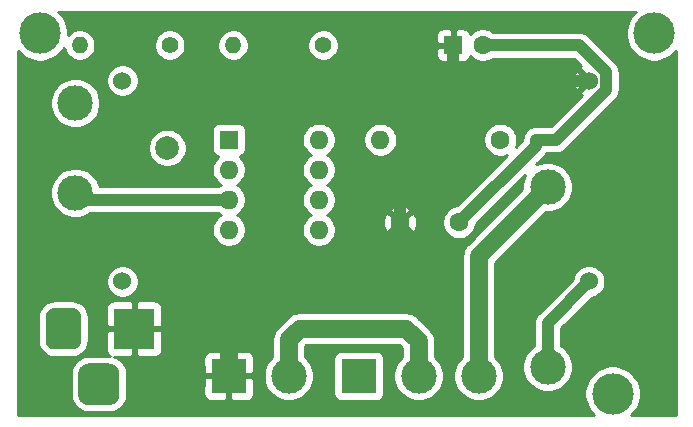
<source format=gbl>
G04 #@! TF.GenerationSoftware,KiCad,Pcbnew,(5.1.5)-3*
G04 #@! TF.CreationDate,2021-07-03T20:54:03-04:00*
G04 #@! TF.ProjectId,LukeCopy,4c756b65-436f-4707-992e-6b696361645f,rev?*
G04 #@! TF.SameCoordinates,Original*
G04 #@! TF.FileFunction,Copper,L2,Bot*
G04 #@! TF.FilePolarity,Positive*
%FSLAX46Y46*%
G04 Gerber Fmt 4.6, Leading zero omitted, Abs format (unit mm)*
G04 Created by KiCad (PCBNEW (5.1.5)-3) date 2021-07-03 20:54:03*
%MOMM*%
%LPD*%
G04 APERTURE LIST*
%ADD10C,3.000000*%
%ADD11R,3.000000X3.000000*%
%ADD12O,1.600000X1.600000*%
%ADD13R,1.600000X1.600000*%
%ADD14O,1.400000X1.400000*%
%ADD15C,1.400000*%
%ADD16C,1.600000*%
%ADD17C,2.000000*%
%ADD18C,0.100000*%
%ADD19R,3.500000X3.500000*%
%ADD20C,1.524000*%
%ADD21C,3.500000*%
%ADD22C,1.000000*%
%ADD23C,1.500000*%
%ADD24C,0.254000*%
G04 APERTURE END LIST*
D10*
X130000000Y-112240000D03*
X130000000Y-97000000D03*
X124160000Y-113000000D03*
X119080000Y-113000000D03*
D11*
X114000000Y-113000000D03*
D10*
X108080000Y-113000000D03*
D11*
X103000000Y-113000000D03*
D12*
X110620000Y-93000000D03*
X103000000Y-100620000D03*
X110620000Y-95540000D03*
X103000000Y-98080000D03*
X110620000Y-98080000D03*
X103000000Y-95540000D03*
X110620000Y-100620000D03*
D13*
X103000000Y-93000000D03*
D14*
X103380000Y-85000000D03*
D15*
X111000000Y-85000000D03*
D12*
X115840000Y-93000000D03*
D16*
X126000000Y-93000000D03*
D14*
X90380000Y-85000000D03*
D15*
X98000000Y-85000000D03*
D17*
X97800000Y-93700000D03*
D10*
X90000000Y-89900000D03*
X90000000Y-97500000D03*
G04 #@! TA.AperFunction,ComponentPad*
D18*
G36*
X92960765Y-111954213D02*
G01*
X93045704Y-111966813D01*
X93128999Y-111987677D01*
X93209848Y-112016605D01*
X93287472Y-112053319D01*
X93361124Y-112097464D01*
X93430094Y-112148616D01*
X93493718Y-112206282D01*
X93551384Y-112269906D01*
X93602536Y-112338876D01*
X93646681Y-112412528D01*
X93683395Y-112490152D01*
X93712323Y-112571001D01*
X93733187Y-112654296D01*
X93745787Y-112739235D01*
X93750000Y-112825000D01*
X93750000Y-114575000D01*
X93745787Y-114660765D01*
X93733187Y-114745704D01*
X93712323Y-114828999D01*
X93683395Y-114909848D01*
X93646681Y-114987472D01*
X93602536Y-115061124D01*
X93551384Y-115130094D01*
X93493718Y-115193718D01*
X93430094Y-115251384D01*
X93361124Y-115302536D01*
X93287472Y-115346681D01*
X93209848Y-115383395D01*
X93128999Y-115412323D01*
X93045704Y-115433187D01*
X92960765Y-115445787D01*
X92875000Y-115450000D01*
X91125000Y-115450000D01*
X91039235Y-115445787D01*
X90954296Y-115433187D01*
X90871001Y-115412323D01*
X90790152Y-115383395D01*
X90712528Y-115346681D01*
X90638876Y-115302536D01*
X90569906Y-115251384D01*
X90506282Y-115193718D01*
X90448616Y-115130094D01*
X90397464Y-115061124D01*
X90353319Y-114987472D01*
X90316605Y-114909848D01*
X90287677Y-114828999D01*
X90266813Y-114745704D01*
X90254213Y-114660765D01*
X90250000Y-114575000D01*
X90250000Y-112825000D01*
X90254213Y-112739235D01*
X90266813Y-112654296D01*
X90287677Y-112571001D01*
X90316605Y-112490152D01*
X90353319Y-112412528D01*
X90397464Y-112338876D01*
X90448616Y-112269906D01*
X90506282Y-112206282D01*
X90569906Y-112148616D01*
X90638876Y-112097464D01*
X90712528Y-112053319D01*
X90790152Y-112016605D01*
X90871001Y-111987677D01*
X90954296Y-111966813D01*
X91039235Y-111954213D01*
X91125000Y-111950000D01*
X92875000Y-111950000D01*
X92960765Y-111954213D01*
G37*
G04 #@! TD.AperFunction*
G04 #@! TA.AperFunction,ComponentPad*
G36*
X89823513Y-107253611D02*
G01*
X89896318Y-107264411D01*
X89967714Y-107282295D01*
X90037013Y-107307090D01*
X90103548Y-107338559D01*
X90166678Y-107376398D01*
X90225795Y-107420242D01*
X90280330Y-107469670D01*
X90329758Y-107524205D01*
X90373602Y-107583322D01*
X90411441Y-107646452D01*
X90442910Y-107712987D01*
X90467705Y-107782286D01*
X90485589Y-107853682D01*
X90496389Y-107926487D01*
X90500000Y-108000000D01*
X90500000Y-110000000D01*
X90496389Y-110073513D01*
X90485589Y-110146318D01*
X90467705Y-110217714D01*
X90442910Y-110287013D01*
X90411441Y-110353548D01*
X90373602Y-110416678D01*
X90329758Y-110475795D01*
X90280330Y-110530330D01*
X90225795Y-110579758D01*
X90166678Y-110623602D01*
X90103548Y-110661441D01*
X90037013Y-110692910D01*
X89967714Y-110717705D01*
X89896318Y-110735589D01*
X89823513Y-110746389D01*
X89750000Y-110750000D01*
X88250000Y-110750000D01*
X88176487Y-110746389D01*
X88103682Y-110735589D01*
X88032286Y-110717705D01*
X87962987Y-110692910D01*
X87896452Y-110661441D01*
X87833322Y-110623602D01*
X87774205Y-110579758D01*
X87719670Y-110530330D01*
X87670242Y-110475795D01*
X87626398Y-110416678D01*
X87588559Y-110353548D01*
X87557090Y-110287013D01*
X87532295Y-110217714D01*
X87514411Y-110146318D01*
X87503611Y-110073513D01*
X87500000Y-110000000D01*
X87500000Y-108000000D01*
X87503611Y-107926487D01*
X87514411Y-107853682D01*
X87532295Y-107782286D01*
X87557090Y-107712987D01*
X87588559Y-107646452D01*
X87626398Y-107583322D01*
X87670242Y-107524205D01*
X87719670Y-107469670D01*
X87774205Y-107420242D01*
X87833322Y-107376398D01*
X87896452Y-107338559D01*
X87962987Y-107307090D01*
X88032286Y-107282295D01*
X88103682Y-107264411D01*
X88176487Y-107253611D01*
X88250000Y-107250000D01*
X89750000Y-107250000D01*
X89823513Y-107253611D01*
G37*
G04 #@! TD.AperFunction*
D19*
X95000000Y-109000000D03*
D20*
X133500000Y-88000000D03*
X133500000Y-105000000D03*
X94000000Y-105000000D03*
X94000000Y-88000000D03*
D16*
X122500000Y-100000000D03*
X117500000Y-100000000D03*
X124500000Y-85000000D03*
D13*
X122000000Y-85000000D03*
D21*
X135500000Y-114500000D03*
X139000000Y-84000000D03*
X87000000Y-84000000D03*
D22*
X130000000Y-108500000D02*
X133500000Y-105000000D01*
X130000000Y-112240000D02*
X130000000Y-108500000D01*
X90580000Y-98080000D02*
X90000000Y-97500000D01*
X103000000Y-98080000D02*
X90580000Y-98080000D01*
X134962001Y-88781997D02*
X130743998Y-93000000D01*
X134962001Y-87298239D02*
X134962001Y-88781997D01*
X124500000Y-85000000D02*
X132663762Y-85000000D01*
X132663762Y-85000000D02*
X134962001Y-87298239D01*
X130743998Y-93000000D02*
X129000000Y-93000000D01*
X129000000Y-93500000D02*
X122500000Y-100000000D01*
X129000000Y-93000000D02*
X129000000Y-93500000D01*
D23*
X103000000Y-110000000D02*
X107000000Y-106000000D01*
X103000000Y-113000000D02*
X103000000Y-110000000D01*
X107000000Y-106000000D02*
X116000000Y-106000000D01*
X117500000Y-104500000D02*
X117500000Y-100000000D01*
X116000000Y-106000000D02*
X117500000Y-104500000D01*
D22*
X117500000Y-100000000D02*
X117500000Y-97500000D01*
X117500000Y-97500000D02*
X122000000Y-93000000D01*
X133500000Y-88000000D02*
X122000000Y-88000000D01*
X122000000Y-93000000D02*
X122000000Y-88000000D01*
X122000000Y-88000000D02*
X122000000Y-85000000D01*
D23*
X119080000Y-113000000D02*
X119080000Y-110080000D01*
X119080000Y-110080000D02*
X118000000Y-109000000D01*
X118000000Y-109000000D02*
X109000000Y-109000000D01*
X108080000Y-109920000D02*
X108080000Y-113000000D01*
X109000000Y-109000000D02*
X108080000Y-109920000D01*
X124160000Y-102840000D02*
X124160000Y-113000000D01*
X130000000Y-97000000D02*
X124160000Y-102840000D01*
D24*
G36*
X137147450Y-82479651D02*
G01*
X136886440Y-82870279D01*
X136706654Y-83304321D01*
X136615000Y-83765098D01*
X136615000Y-84234902D01*
X136706654Y-84695679D01*
X136886440Y-85129721D01*
X137147450Y-85520349D01*
X137479651Y-85852550D01*
X137870279Y-86113560D01*
X138304321Y-86293346D01*
X138765098Y-86385000D01*
X139234902Y-86385000D01*
X139695679Y-86293346D01*
X140129721Y-86113560D01*
X140520349Y-85852550D01*
X140840001Y-85532898D01*
X140840000Y-116340000D01*
X137032899Y-116340000D01*
X137352550Y-116020349D01*
X137613560Y-115629721D01*
X137793346Y-115195679D01*
X137885000Y-114734902D01*
X137885000Y-114265098D01*
X137793346Y-113804321D01*
X137613560Y-113370279D01*
X137352550Y-112979651D01*
X137020349Y-112647450D01*
X136629721Y-112386440D01*
X136195679Y-112206654D01*
X135734902Y-112115000D01*
X135265098Y-112115000D01*
X134804321Y-112206654D01*
X134370279Y-112386440D01*
X133979651Y-112647450D01*
X133647450Y-112979651D01*
X133386440Y-113370279D01*
X133206654Y-113804321D01*
X133115000Y-114265098D01*
X133115000Y-114734902D01*
X133206654Y-115195679D01*
X133386440Y-115629721D01*
X133647450Y-116020349D01*
X133967101Y-116340000D01*
X85160000Y-116340000D01*
X85160000Y-112825000D01*
X89611928Y-112825000D01*
X89611928Y-114575000D01*
X89641001Y-114870186D01*
X89727104Y-115154028D01*
X89866927Y-115415618D01*
X90055097Y-115644903D01*
X90284382Y-115833073D01*
X90545972Y-115972896D01*
X90829814Y-116058999D01*
X91125000Y-116088072D01*
X92875000Y-116088072D01*
X93170186Y-116058999D01*
X93454028Y-115972896D01*
X93715618Y-115833073D01*
X93944903Y-115644903D01*
X94133073Y-115415618D01*
X94272896Y-115154028D01*
X94358999Y-114870186D01*
X94388072Y-114575000D01*
X94388072Y-114500000D01*
X100861928Y-114500000D01*
X100874188Y-114624482D01*
X100910498Y-114744180D01*
X100969463Y-114854494D01*
X101048815Y-114951185D01*
X101145506Y-115030537D01*
X101255820Y-115089502D01*
X101375518Y-115125812D01*
X101500000Y-115138072D01*
X102714250Y-115135000D01*
X102873000Y-114976250D01*
X102873000Y-113127000D01*
X103127000Y-113127000D01*
X103127000Y-114976250D01*
X103285750Y-115135000D01*
X104500000Y-115138072D01*
X104624482Y-115125812D01*
X104744180Y-115089502D01*
X104854494Y-115030537D01*
X104951185Y-114951185D01*
X105030537Y-114854494D01*
X105089502Y-114744180D01*
X105125812Y-114624482D01*
X105138072Y-114500000D01*
X105135000Y-113285750D01*
X104976250Y-113127000D01*
X103127000Y-113127000D01*
X102873000Y-113127000D01*
X101023750Y-113127000D01*
X100865000Y-113285750D01*
X100861928Y-114500000D01*
X94388072Y-114500000D01*
X94388072Y-112825000D01*
X94358999Y-112529814D01*
X94272896Y-112245972D01*
X94133073Y-111984382D01*
X93944903Y-111755097D01*
X93715618Y-111566927D01*
X93590407Y-111500000D01*
X100861928Y-111500000D01*
X100865000Y-112714250D01*
X101023750Y-112873000D01*
X102873000Y-112873000D01*
X102873000Y-111023750D01*
X103127000Y-111023750D01*
X103127000Y-112873000D01*
X104976250Y-112873000D01*
X105059529Y-112789721D01*
X105945000Y-112789721D01*
X105945000Y-113210279D01*
X106027047Y-113622756D01*
X106187988Y-114011302D01*
X106421637Y-114360983D01*
X106719017Y-114658363D01*
X107068698Y-114892012D01*
X107457244Y-115052953D01*
X107869721Y-115135000D01*
X108290279Y-115135000D01*
X108702756Y-115052953D01*
X109091302Y-114892012D01*
X109440983Y-114658363D01*
X109738363Y-114360983D01*
X109972012Y-114011302D01*
X110132953Y-113622756D01*
X110215000Y-113210279D01*
X110215000Y-112789721D01*
X110132953Y-112377244D01*
X109972012Y-111988698D01*
X109738363Y-111639017D01*
X109599346Y-111500000D01*
X111861928Y-111500000D01*
X111861928Y-114500000D01*
X111874188Y-114624482D01*
X111910498Y-114744180D01*
X111969463Y-114854494D01*
X112048815Y-114951185D01*
X112145506Y-115030537D01*
X112255820Y-115089502D01*
X112375518Y-115125812D01*
X112500000Y-115138072D01*
X115500000Y-115138072D01*
X115624482Y-115125812D01*
X115744180Y-115089502D01*
X115854494Y-115030537D01*
X115951185Y-114951185D01*
X116030537Y-114854494D01*
X116089502Y-114744180D01*
X116125812Y-114624482D01*
X116138072Y-114500000D01*
X116138072Y-111500000D01*
X116125812Y-111375518D01*
X116089502Y-111255820D01*
X116030537Y-111145506D01*
X115951185Y-111048815D01*
X115854494Y-110969463D01*
X115744180Y-110910498D01*
X115624482Y-110874188D01*
X115500000Y-110861928D01*
X112500000Y-110861928D01*
X112375518Y-110874188D01*
X112255820Y-110910498D01*
X112145506Y-110969463D01*
X112048815Y-111048815D01*
X111969463Y-111145506D01*
X111910498Y-111255820D01*
X111874188Y-111375518D01*
X111861928Y-111500000D01*
X109599346Y-111500000D01*
X109465000Y-111365654D01*
X109465000Y-110493685D01*
X109573684Y-110385000D01*
X117426315Y-110385000D01*
X117695001Y-110653686D01*
X117695001Y-111365653D01*
X117421637Y-111639017D01*
X117187988Y-111988698D01*
X117027047Y-112377244D01*
X116945000Y-112789721D01*
X116945000Y-113210279D01*
X117027047Y-113622756D01*
X117187988Y-114011302D01*
X117421637Y-114360983D01*
X117719017Y-114658363D01*
X118068698Y-114892012D01*
X118457244Y-115052953D01*
X118869721Y-115135000D01*
X119290279Y-115135000D01*
X119702756Y-115052953D01*
X120091302Y-114892012D01*
X120440983Y-114658363D01*
X120738363Y-114360983D01*
X120972012Y-114011302D01*
X121132953Y-113622756D01*
X121215000Y-113210279D01*
X121215000Y-112789721D01*
X121132953Y-112377244D01*
X120972012Y-111988698D01*
X120738363Y-111639017D01*
X120465000Y-111365654D01*
X120465000Y-110148029D01*
X120471700Y-110080000D01*
X120465000Y-110011971D01*
X120465000Y-110011963D01*
X120444960Y-109808493D01*
X120365764Y-109547419D01*
X120237157Y-109306812D01*
X120064081Y-109095919D01*
X120011236Y-109052550D01*
X119027454Y-108068769D01*
X118984081Y-108015919D01*
X118773188Y-107842843D01*
X118532581Y-107714236D01*
X118271507Y-107635040D01*
X118068037Y-107615000D01*
X118068029Y-107615000D01*
X118000000Y-107608300D01*
X117931971Y-107615000D01*
X109068026Y-107615000D01*
X108999999Y-107608300D01*
X108931972Y-107615000D01*
X108931963Y-107615000D01*
X108728493Y-107635040D01*
X108467419Y-107714236D01*
X108226812Y-107842843D01*
X108015919Y-108015919D01*
X107972542Y-108068774D01*
X107148765Y-108892550D01*
X107095919Y-108935920D01*
X107052550Y-108988765D01*
X107052548Y-108988767D01*
X107043329Y-109000001D01*
X106922843Y-109146813D01*
X106837322Y-109306812D01*
X106794236Y-109387420D01*
X106717468Y-109640491D01*
X106715040Y-109648494D01*
X106695000Y-109851964D01*
X106695000Y-109851971D01*
X106688300Y-109920000D01*
X106695000Y-109988029D01*
X106695000Y-111365654D01*
X106421637Y-111639017D01*
X106187988Y-111988698D01*
X106027047Y-112377244D01*
X105945000Y-112789721D01*
X105059529Y-112789721D01*
X105135000Y-112714250D01*
X105138072Y-111500000D01*
X105125812Y-111375518D01*
X105089502Y-111255820D01*
X105030537Y-111145506D01*
X104951185Y-111048815D01*
X104854494Y-110969463D01*
X104744180Y-110910498D01*
X104624482Y-110874188D01*
X104500000Y-110861928D01*
X103285750Y-110865000D01*
X103127000Y-111023750D01*
X102873000Y-111023750D01*
X102714250Y-110865000D01*
X101500000Y-110861928D01*
X101375518Y-110874188D01*
X101255820Y-110910498D01*
X101145506Y-110969463D01*
X101048815Y-111048815D01*
X100969463Y-111145506D01*
X100910498Y-111255820D01*
X100874188Y-111375518D01*
X100861928Y-111500000D01*
X93590407Y-111500000D01*
X93454028Y-111427104D01*
X93324840Y-111387915D01*
X94714250Y-111385000D01*
X94873000Y-111226250D01*
X94873000Y-109127000D01*
X95127000Y-109127000D01*
X95127000Y-111226250D01*
X95285750Y-111385000D01*
X96750000Y-111388072D01*
X96874482Y-111375812D01*
X96994180Y-111339502D01*
X97104494Y-111280537D01*
X97201185Y-111201185D01*
X97280537Y-111104494D01*
X97339502Y-110994180D01*
X97375812Y-110874482D01*
X97388072Y-110750000D01*
X97385000Y-109285750D01*
X97226250Y-109127000D01*
X95127000Y-109127000D01*
X94873000Y-109127000D01*
X92773750Y-109127000D01*
X92615000Y-109285750D01*
X92611928Y-110750000D01*
X92624188Y-110874482D01*
X92660498Y-110994180D01*
X92719463Y-111104494D01*
X92798815Y-111201185D01*
X92895506Y-111280537D01*
X92972131Y-111321494D01*
X92875000Y-111311928D01*
X91125000Y-111311928D01*
X90829814Y-111341001D01*
X90545972Y-111427104D01*
X90284382Y-111566927D01*
X90055097Y-111755097D01*
X89866927Y-111984382D01*
X89727104Y-112245972D01*
X89641001Y-112529814D01*
X89611928Y-112825000D01*
X85160000Y-112825000D01*
X85160000Y-108000000D01*
X86861928Y-108000000D01*
X86861928Y-110000000D01*
X86888599Y-110270799D01*
X86967589Y-110531192D01*
X87095860Y-110771171D01*
X87268485Y-110981515D01*
X87478829Y-111154140D01*
X87718808Y-111282411D01*
X87979201Y-111361401D01*
X88250000Y-111388072D01*
X89750000Y-111388072D01*
X90020799Y-111361401D01*
X90281192Y-111282411D01*
X90521171Y-111154140D01*
X90731515Y-110981515D01*
X90904140Y-110771171D01*
X91032411Y-110531192D01*
X91111401Y-110270799D01*
X91138072Y-110000000D01*
X91138072Y-108000000D01*
X91111401Y-107729201D01*
X91032411Y-107468808D01*
X90915457Y-107250000D01*
X92611928Y-107250000D01*
X92615000Y-108714250D01*
X92773750Y-108873000D01*
X94873000Y-108873000D01*
X94873000Y-106773750D01*
X95127000Y-106773750D01*
X95127000Y-108873000D01*
X97226250Y-108873000D01*
X97385000Y-108714250D01*
X97388072Y-107250000D01*
X97375812Y-107125518D01*
X97339502Y-107005820D01*
X97280537Y-106895506D01*
X97201185Y-106798815D01*
X97104494Y-106719463D01*
X96994180Y-106660498D01*
X96874482Y-106624188D01*
X96750000Y-106611928D01*
X95285750Y-106615000D01*
X95127000Y-106773750D01*
X94873000Y-106773750D01*
X94714250Y-106615000D01*
X93250000Y-106611928D01*
X93125518Y-106624188D01*
X93005820Y-106660498D01*
X92895506Y-106719463D01*
X92798815Y-106798815D01*
X92719463Y-106895506D01*
X92660498Y-107005820D01*
X92624188Y-107125518D01*
X92611928Y-107250000D01*
X90915457Y-107250000D01*
X90904140Y-107228829D01*
X90731515Y-107018485D01*
X90521171Y-106845860D01*
X90281192Y-106717589D01*
X90020799Y-106638599D01*
X89750000Y-106611928D01*
X88250000Y-106611928D01*
X87979201Y-106638599D01*
X87718808Y-106717589D01*
X87478829Y-106845860D01*
X87268485Y-107018485D01*
X87095860Y-107228829D01*
X86967589Y-107468808D01*
X86888599Y-107729201D01*
X86861928Y-108000000D01*
X85160000Y-108000000D01*
X85160000Y-104862408D01*
X92603000Y-104862408D01*
X92603000Y-105137592D01*
X92656686Y-105407490D01*
X92761995Y-105661727D01*
X92914880Y-105890535D01*
X93109465Y-106085120D01*
X93338273Y-106238005D01*
X93592510Y-106343314D01*
X93862408Y-106397000D01*
X94137592Y-106397000D01*
X94407490Y-106343314D01*
X94661727Y-106238005D01*
X94890535Y-106085120D01*
X95085120Y-105890535D01*
X95238005Y-105661727D01*
X95343314Y-105407490D01*
X95397000Y-105137592D01*
X95397000Y-104862408D01*
X95343314Y-104592510D01*
X95238005Y-104338273D01*
X95085120Y-104109465D01*
X94890535Y-103914880D01*
X94661727Y-103761995D01*
X94407490Y-103656686D01*
X94137592Y-103603000D01*
X93862408Y-103603000D01*
X93592510Y-103656686D01*
X93338273Y-103761995D01*
X93109465Y-103914880D01*
X92914880Y-104109465D01*
X92761995Y-104338273D01*
X92656686Y-104592510D01*
X92603000Y-104862408D01*
X85160000Y-104862408D01*
X85160000Y-97289721D01*
X87865000Y-97289721D01*
X87865000Y-97710279D01*
X87947047Y-98122756D01*
X88107988Y-98511302D01*
X88341637Y-98860983D01*
X88639017Y-99158363D01*
X88988698Y-99392012D01*
X89377244Y-99552953D01*
X89789721Y-99635000D01*
X90210279Y-99635000D01*
X90622756Y-99552953D01*
X91011302Y-99392012D01*
X91276220Y-99215000D01*
X102115716Y-99215000D01*
X102317759Y-99350000D01*
X102085241Y-99505363D01*
X101885363Y-99705241D01*
X101728320Y-99940273D01*
X101620147Y-100201426D01*
X101565000Y-100478665D01*
X101565000Y-100761335D01*
X101620147Y-101038574D01*
X101728320Y-101299727D01*
X101885363Y-101534759D01*
X102085241Y-101734637D01*
X102320273Y-101891680D01*
X102581426Y-101999853D01*
X102858665Y-102055000D01*
X103141335Y-102055000D01*
X103418574Y-101999853D01*
X103679727Y-101891680D01*
X103914759Y-101734637D01*
X104114637Y-101534759D01*
X104271680Y-101299727D01*
X104379853Y-101038574D01*
X104435000Y-100761335D01*
X104435000Y-100478665D01*
X104379853Y-100201426D01*
X104271680Y-99940273D01*
X104114637Y-99705241D01*
X103914759Y-99505363D01*
X103682241Y-99350000D01*
X103914759Y-99194637D01*
X104114637Y-98994759D01*
X104271680Y-98759727D01*
X104379853Y-98498574D01*
X104435000Y-98221335D01*
X104435000Y-97938665D01*
X104379853Y-97661426D01*
X104271680Y-97400273D01*
X104114637Y-97165241D01*
X103914759Y-96965363D01*
X103682241Y-96810000D01*
X103914759Y-96654637D01*
X104114637Y-96454759D01*
X104271680Y-96219727D01*
X104379853Y-95958574D01*
X104435000Y-95681335D01*
X104435000Y-95398665D01*
X104379853Y-95121426D01*
X104271680Y-94860273D01*
X104114637Y-94625241D01*
X103916039Y-94426643D01*
X103924482Y-94425812D01*
X104044180Y-94389502D01*
X104154494Y-94330537D01*
X104251185Y-94251185D01*
X104330537Y-94154494D01*
X104389502Y-94044180D01*
X104425812Y-93924482D01*
X104438072Y-93800000D01*
X104438072Y-92858665D01*
X109185000Y-92858665D01*
X109185000Y-93141335D01*
X109240147Y-93418574D01*
X109348320Y-93679727D01*
X109505363Y-93914759D01*
X109705241Y-94114637D01*
X109937759Y-94270000D01*
X109705241Y-94425363D01*
X109505363Y-94625241D01*
X109348320Y-94860273D01*
X109240147Y-95121426D01*
X109185000Y-95398665D01*
X109185000Y-95681335D01*
X109240147Y-95958574D01*
X109348320Y-96219727D01*
X109505363Y-96454759D01*
X109705241Y-96654637D01*
X109937759Y-96810000D01*
X109705241Y-96965363D01*
X109505363Y-97165241D01*
X109348320Y-97400273D01*
X109240147Y-97661426D01*
X109185000Y-97938665D01*
X109185000Y-98221335D01*
X109240147Y-98498574D01*
X109348320Y-98759727D01*
X109505363Y-98994759D01*
X109705241Y-99194637D01*
X109937759Y-99350000D01*
X109705241Y-99505363D01*
X109505363Y-99705241D01*
X109348320Y-99940273D01*
X109240147Y-100201426D01*
X109185000Y-100478665D01*
X109185000Y-100761335D01*
X109240147Y-101038574D01*
X109348320Y-101299727D01*
X109505363Y-101534759D01*
X109705241Y-101734637D01*
X109940273Y-101891680D01*
X110201426Y-101999853D01*
X110478665Y-102055000D01*
X110761335Y-102055000D01*
X111038574Y-101999853D01*
X111299727Y-101891680D01*
X111534759Y-101734637D01*
X111734637Y-101534759D01*
X111891680Y-101299727D01*
X111999853Y-101038574D01*
X112008977Y-100992702D01*
X116686903Y-100992702D01*
X116758486Y-101236671D01*
X117013996Y-101357571D01*
X117288184Y-101426300D01*
X117570512Y-101440217D01*
X117850130Y-101398787D01*
X118116292Y-101303603D01*
X118241514Y-101236671D01*
X118313097Y-100992702D01*
X117500000Y-100179605D01*
X116686903Y-100992702D01*
X112008977Y-100992702D01*
X112055000Y-100761335D01*
X112055000Y-100478665D01*
X111999853Y-100201426D01*
X111945627Y-100070512D01*
X116059783Y-100070512D01*
X116101213Y-100350130D01*
X116196397Y-100616292D01*
X116263329Y-100741514D01*
X116507298Y-100813097D01*
X117320395Y-100000000D01*
X117679605Y-100000000D01*
X118492702Y-100813097D01*
X118736671Y-100741514D01*
X118857571Y-100486004D01*
X118926300Y-100211816D01*
X118940217Y-99929488D01*
X118929724Y-99858665D01*
X121065000Y-99858665D01*
X121065000Y-100141335D01*
X121120147Y-100418574D01*
X121228320Y-100679727D01*
X121385363Y-100914759D01*
X121585241Y-101114637D01*
X121820273Y-101271680D01*
X122081426Y-101379853D01*
X122358665Y-101435000D01*
X122641335Y-101435000D01*
X122918574Y-101379853D01*
X123179727Y-101271680D01*
X123414759Y-101114637D01*
X123614637Y-100914759D01*
X123771680Y-100679727D01*
X123879853Y-100418574D01*
X123927850Y-100177281D01*
X128102016Y-96003116D01*
X127947047Y-96377244D01*
X127865000Y-96789721D01*
X127865000Y-97176314D01*
X123228765Y-101812550D01*
X123175919Y-101855920D01*
X123002843Y-102066813D01*
X122874236Y-102307420D01*
X122795040Y-102568494D01*
X122775000Y-102771964D01*
X122775000Y-102771971D01*
X122768300Y-102840000D01*
X122775000Y-102908029D01*
X122775001Y-111365653D01*
X122501637Y-111639017D01*
X122267988Y-111988698D01*
X122107047Y-112377244D01*
X122025000Y-112789721D01*
X122025000Y-113210279D01*
X122107047Y-113622756D01*
X122267988Y-114011302D01*
X122501637Y-114360983D01*
X122799017Y-114658363D01*
X123148698Y-114892012D01*
X123537244Y-115052953D01*
X123949721Y-115135000D01*
X124370279Y-115135000D01*
X124782756Y-115052953D01*
X125171302Y-114892012D01*
X125520983Y-114658363D01*
X125818363Y-114360983D01*
X126052012Y-114011302D01*
X126212953Y-113622756D01*
X126295000Y-113210279D01*
X126295000Y-112789721D01*
X126212953Y-112377244D01*
X126069005Y-112029721D01*
X127865000Y-112029721D01*
X127865000Y-112450279D01*
X127947047Y-112862756D01*
X128107988Y-113251302D01*
X128341637Y-113600983D01*
X128639017Y-113898363D01*
X128988698Y-114132012D01*
X129377244Y-114292953D01*
X129789721Y-114375000D01*
X130210279Y-114375000D01*
X130622756Y-114292953D01*
X131011302Y-114132012D01*
X131360983Y-113898363D01*
X131658363Y-113600983D01*
X131892012Y-113251302D01*
X132052953Y-112862756D01*
X132135000Y-112450279D01*
X132135000Y-112029721D01*
X132052953Y-111617244D01*
X131892012Y-111228698D01*
X131658363Y-110879017D01*
X131360983Y-110581637D01*
X131135000Y-110430640D01*
X131135000Y-108970131D01*
X133725647Y-106379485D01*
X133907490Y-106343314D01*
X134161727Y-106238005D01*
X134390535Y-106085120D01*
X134585120Y-105890535D01*
X134738005Y-105661727D01*
X134843314Y-105407490D01*
X134897000Y-105137592D01*
X134897000Y-104862408D01*
X134843314Y-104592510D01*
X134738005Y-104338273D01*
X134585120Y-104109465D01*
X134390535Y-103914880D01*
X134161727Y-103761995D01*
X133907490Y-103656686D01*
X133637592Y-103603000D01*
X133362408Y-103603000D01*
X133092510Y-103656686D01*
X132838273Y-103761995D01*
X132609465Y-103914880D01*
X132414880Y-104109465D01*
X132261995Y-104338273D01*
X132156686Y-104592510D01*
X132120515Y-104774353D01*
X129236860Y-107658009D01*
X129193552Y-107693551D01*
X129051717Y-107866377D01*
X128995384Y-107971770D01*
X128946324Y-108063554D01*
X128881423Y-108277502D01*
X128859509Y-108500000D01*
X128865001Y-108555761D01*
X128865000Y-110430640D01*
X128639017Y-110581637D01*
X128341637Y-110879017D01*
X128107988Y-111228698D01*
X127947047Y-111617244D01*
X127865000Y-112029721D01*
X126069005Y-112029721D01*
X126052012Y-111988698D01*
X125818363Y-111639017D01*
X125545000Y-111365654D01*
X125545000Y-103413685D01*
X129823686Y-99135000D01*
X130210279Y-99135000D01*
X130622756Y-99052953D01*
X131011302Y-98892012D01*
X131360983Y-98658363D01*
X131658363Y-98360983D01*
X131892012Y-98011302D01*
X132052953Y-97622756D01*
X132135000Y-97210279D01*
X132135000Y-96789721D01*
X132052953Y-96377244D01*
X131892012Y-95988698D01*
X131658363Y-95639017D01*
X131360983Y-95341637D01*
X131011302Y-95107988D01*
X130622756Y-94947047D01*
X130210279Y-94865000D01*
X129789721Y-94865000D01*
X129377244Y-94947047D01*
X129003116Y-95102016D01*
X129763141Y-94341991D01*
X129806449Y-94306449D01*
X129947154Y-94135000D01*
X130688247Y-94135000D01*
X130743998Y-94140491D01*
X130799749Y-94135000D01*
X130799750Y-94135000D01*
X130966497Y-94118577D01*
X131180445Y-94053676D01*
X131377621Y-93948284D01*
X131550447Y-93806449D01*
X131585994Y-93763135D01*
X135725142Y-89623988D01*
X135768450Y-89588446D01*
X135910285Y-89415620D01*
X136015677Y-89218444D01*
X136080578Y-89004496D01*
X136097001Y-88837749D01*
X136102492Y-88781998D01*
X136097001Y-88726246D01*
X136097001Y-87353991D01*
X136102492Y-87298239D01*
X136080578Y-87075740D01*
X136015677Y-86861792D01*
X135910285Y-86664616D01*
X135855688Y-86598090D01*
X135768450Y-86491790D01*
X135725142Y-86456248D01*
X133505758Y-84236865D01*
X133470211Y-84193551D01*
X133297385Y-84051716D01*
X133100209Y-83946324D01*
X132886261Y-83881423D01*
X132719514Y-83865000D01*
X132719513Y-83865000D01*
X132663762Y-83859509D01*
X132608011Y-83865000D01*
X125384284Y-83865000D01*
X125179727Y-83728320D01*
X124918574Y-83620147D01*
X124641335Y-83565000D01*
X124358665Y-83565000D01*
X124081426Y-83620147D01*
X123820273Y-83728320D01*
X123585241Y-83885363D01*
X123418661Y-84051943D01*
X123389502Y-83955820D01*
X123330537Y-83845506D01*
X123251185Y-83748815D01*
X123154494Y-83669463D01*
X123044180Y-83610498D01*
X122924482Y-83574188D01*
X122800000Y-83561928D01*
X122285750Y-83565000D01*
X122127000Y-83723750D01*
X122127000Y-84873000D01*
X122147000Y-84873000D01*
X122147000Y-85127000D01*
X122127000Y-85127000D01*
X122127000Y-86276250D01*
X122285750Y-86435000D01*
X122800000Y-86438072D01*
X122924482Y-86425812D01*
X123044180Y-86389502D01*
X123154494Y-86330537D01*
X123251185Y-86251185D01*
X123330537Y-86154494D01*
X123389502Y-86044180D01*
X123418661Y-85948057D01*
X123585241Y-86114637D01*
X123820273Y-86271680D01*
X124081426Y-86379853D01*
X124358665Y-86435000D01*
X124641335Y-86435000D01*
X124918574Y-86379853D01*
X125179727Y-86271680D01*
X125384284Y-86135000D01*
X132193631Y-86135000D01*
X132827911Y-86769280D01*
X132781020Y-86794344D01*
X132714040Y-87034435D01*
X133500000Y-87820395D01*
X133514143Y-87806253D01*
X133693748Y-87985858D01*
X133679605Y-88000000D01*
X133693748Y-88014143D01*
X133514143Y-88193748D01*
X133500000Y-88179605D01*
X132714040Y-88965565D01*
X132781020Y-89205656D01*
X132884535Y-89254332D01*
X130273867Y-91865000D01*
X129055751Y-91865000D01*
X129000000Y-91859509D01*
X128944248Y-91865000D01*
X128777501Y-91881423D01*
X128563553Y-91946324D01*
X128366377Y-92051716D01*
X128193551Y-92193551D01*
X128051716Y-92366377D01*
X127946324Y-92563553D01*
X127881423Y-92777501D01*
X127859509Y-93000000D01*
X127862679Y-93032189D01*
X127311659Y-93583209D01*
X127379853Y-93418574D01*
X127435000Y-93141335D01*
X127435000Y-92858665D01*
X127379853Y-92581426D01*
X127271680Y-92320273D01*
X127114637Y-92085241D01*
X126914759Y-91885363D01*
X126679727Y-91728320D01*
X126418574Y-91620147D01*
X126141335Y-91565000D01*
X125858665Y-91565000D01*
X125581426Y-91620147D01*
X125320273Y-91728320D01*
X125085241Y-91885363D01*
X124885363Y-92085241D01*
X124728320Y-92320273D01*
X124620147Y-92581426D01*
X124565000Y-92858665D01*
X124565000Y-93141335D01*
X124620147Y-93418574D01*
X124728320Y-93679727D01*
X124885363Y-93914759D01*
X125085241Y-94114637D01*
X125320273Y-94271680D01*
X125581426Y-94379853D01*
X125858665Y-94435000D01*
X126141335Y-94435000D01*
X126418574Y-94379853D01*
X126583209Y-94311659D01*
X122322719Y-98572150D01*
X122081426Y-98620147D01*
X121820273Y-98728320D01*
X121585241Y-98885363D01*
X121385363Y-99085241D01*
X121228320Y-99320273D01*
X121120147Y-99581426D01*
X121065000Y-99858665D01*
X118929724Y-99858665D01*
X118898787Y-99649870D01*
X118803603Y-99383708D01*
X118736671Y-99258486D01*
X118492702Y-99186903D01*
X117679605Y-100000000D01*
X117320395Y-100000000D01*
X116507298Y-99186903D01*
X116263329Y-99258486D01*
X116142429Y-99513996D01*
X116073700Y-99788184D01*
X116059783Y-100070512D01*
X111945627Y-100070512D01*
X111891680Y-99940273D01*
X111734637Y-99705241D01*
X111534759Y-99505363D01*
X111302241Y-99350000D01*
X111534759Y-99194637D01*
X111722098Y-99007298D01*
X116686903Y-99007298D01*
X117500000Y-99820395D01*
X118313097Y-99007298D01*
X118241514Y-98763329D01*
X117986004Y-98642429D01*
X117711816Y-98573700D01*
X117429488Y-98559783D01*
X117149870Y-98601213D01*
X116883708Y-98696397D01*
X116758486Y-98763329D01*
X116686903Y-99007298D01*
X111722098Y-99007298D01*
X111734637Y-98994759D01*
X111891680Y-98759727D01*
X111999853Y-98498574D01*
X112055000Y-98221335D01*
X112055000Y-97938665D01*
X111999853Y-97661426D01*
X111891680Y-97400273D01*
X111734637Y-97165241D01*
X111534759Y-96965363D01*
X111302241Y-96810000D01*
X111534759Y-96654637D01*
X111734637Y-96454759D01*
X111891680Y-96219727D01*
X111999853Y-95958574D01*
X112055000Y-95681335D01*
X112055000Y-95398665D01*
X111999853Y-95121426D01*
X111891680Y-94860273D01*
X111734637Y-94625241D01*
X111534759Y-94425363D01*
X111302241Y-94270000D01*
X111534759Y-94114637D01*
X111734637Y-93914759D01*
X111891680Y-93679727D01*
X111999853Y-93418574D01*
X112055000Y-93141335D01*
X112055000Y-92858665D01*
X114405000Y-92858665D01*
X114405000Y-93141335D01*
X114460147Y-93418574D01*
X114568320Y-93679727D01*
X114725363Y-93914759D01*
X114925241Y-94114637D01*
X115160273Y-94271680D01*
X115421426Y-94379853D01*
X115698665Y-94435000D01*
X115981335Y-94435000D01*
X116258574Y-94379853D01*
X116519727Y-94271680D01*
X116754759Y-94114637D01*
X116954637Y-93914759D01*
X117111680Y-93679727D01*
X117219853Y-93418574D01*
X117275000Y-93141335D01*
X117275000Y-92858665D01*
X117219853Y-92581426D01*
X117111680Y-92320273D01*
X116954637Y-92085241D01*
X116754759Y-91885363D01*
X116519727Y-91728320D01*
X116258574Y-91620147D01*
X115981335Y-91565000D01*
X115698665Y-91565000D01*
X115421426Y-91620147D01*
X115160273Y-91728320D01*
X114925241Y-91885363D01*
X114725363Y-92085241D01*
X114568320Y-92320273D01*
X114460147Y-92581426D01*
X114405000Y-92858665D01*
X112055000Y-92858665D01*
X111999853Y-92581426D01*
X111891680Y-92320273D01*
X111734637Y-92085241D01*
X111534759Y-91885363D01*
X111299727Y-91728320D01*
X111038574Y-91620147D01*
X110761335Y-91565000D01*
X110478665Y-91565000D01*
X110201426Y-91620147D01*
X109940273Y-91728320D01*
X109705241Y-91885363D01*
X109505363Y-92085241D01*
X109348320Y-92320273D01*
X109240147Y-92581426D01*
X109185000Y-92858665D01*
X104438072Y-92858665D01*
X104438072Y-92200000D01*
X104425812Y-92075518D01*
X104389502Y-91955820D01*
X104330537Y-91845506D01*
X104251185Y-91748815D01*
X104154494Y-91669463D01*
X104044180Y-91610498D01*
X103924482Y-91574188D01*
X103800000Y-91561928D01*
X102200000Y-91561928D01*
X102075518Y-91574188D01*
X101955820Y-91610498D01*
X101845506Y-91669463D01*
X101748815Y-91748815D01*
X101669463Y-91845506D01*
X101610498Y-91955820D01*
X101574188Y-92075518D01*
X101561928Y-92200000D01*
X101561928Y-93800000D01*
X101574188Y-93924482D01*
X101610498Y-94044180D01*
X101669463Y-94154494D01*
X101748815Y-94251185D01*
X101845506Y-94330537D01*
X101955820Y-94389502D01*
X102075518Y-94425812D01*
X102083961Y-94426643D01*
X101885363Y-94625241D01*
X101728320Y-94860273D01*
X101620147Y-95121426D01*
X101565000Y-95398665D01*
X101565000Y-95681335D01*
X101620147Y-95958574D01*
X101728320Y-96219727D01*
X101885363Y-96454759D01*
X102085241Y-96654637D01*
X102317759Y-96810000D01*
X102115716Y-96945000D01*
X92066431Y-96945000D01*
X92052953Y-96877244D01*
X91892012Y-96488698D01*
X91658363Y-96139017D01*
X91360983Y-95841637D01*
X91011302Y-95607988D01*
X90622756Y-95447047D01*
X90210279Y-95365000D01*
X89789721Y-95365000D01*
X89377244Y-95447047D01*
X88988698Y-95607988D01*
X88639017Y-95841637D01*
X88341637Y-96139017D01*
X88107988Y-96488698D01*
X87947047Y-96877244D01*
X87865000Y-97289721D01*
X85160000Y-97289721D01*
X85160000Y-93538967D01*
X96165000Y-93538967D01*
X96165000Y-93861033D01*
X96227832Y-94176912D01*
X96351082Y-94474463D01*
X96530013Y-94742252D01*
X96757748Y-94969987D01*
X97025537Y-95148918D01*
X97323088Y-95272168D01*
X97638967Y-95335000D01*
X97961033Y-95335000D01*
X98276912Y-95272168D01*
X98574463Y-95148918D01*
X98842252Y-94969987D01*
X99069987Y-94742252D01*
X99248918Y-94474463D01*
X99372168Y-94176912D01*
X99435000Y-93861033D01*
X99435000Y-93538967D01*
X99372168Y-93223088D01*
X99248918Y-92925537D01*
X99069987Y-92657748D01*
X98842252Y-92430013D01*
X98574463Y-92251082D01*
X98276912Y-92127832D01*
X97961033Y-92065000D01*
X97638967Y-92065000D01*
X97323088Y-92127832D01*
X97025537Y-92251082D01*
X96757748Y-92430013D01*
X96530013Y-92657748D01*
X96351082Y-92925537D01*
X96227832Y-93223088D01*
X96165000Y-93538967D01*
X85160000Y-93538967D01*
X85160000Y-89689721D01*
X87865000Y-89689721D01*
X87865000Y-90110279D01*
X87947047Y-90522756D01*
X88107988Y-90911302D01*
X88341637Y-91260983D01*
X88639017Y-91558363D01*
X88988698Y-91792012D01*
X89377244Y-91952953D01*
X89789721Y-92035000D01*
X90210279Y-92035000D01*
X90622756Y-91952953D01*
X91011302Y-91792012D01*
X91360983Y-91558363D01*
X91658363Y-91260983D01*
X91892012Y-90911302D01*
X92052953Y-90522756D01*
X92135000Y-90110279D01*
X92135000Y-89689721D01*
X92052953Y-89277244D01*
X91892012Y-88888698D01*
X91658363Y-88539017D01*
X91360983Y-88241637D01*
X91011302Y-88007988D01*
X90659841Y-87862408D01*
X92603000Y-87862408D01*
X92603000Y-88137592D01*
X92656686Y-88407490D01*
X92761995Y-88661727D01*
X92914880Y-88890535D01*
X93109465Y-89085120D01*
X93338273Y-89238005D01*
X93592510Y-89343314D01*
X93862408Y-89397000D01*
X94137592Y-89397000D01*
X94407490Y-89343314D01*
X94661727Y-89238005D01*
X94890535Y-89085120D01*
X95085120Y-88890535D01*
X95238005Y-88661727D01*
X95343314Y-88407490D01*
X95397000Y-88137592D01*
X95397000Y-88072017D01*
X132098090Y-88072017D01*
X132139078Y-88344133D01*
X132232364Y-88603023D01*
X132294344Y-88718980D01*
X132534435Y-88785960D01*
X133320395Y-88000000D01*
X132534435Y-87214040D01*
X132294344Y-87281020D01*
X132177244Y-87530048D01*
X132110977Y-87797135D01*
X132098090Y-88072017D01*
X95397000Y-88072017D01*
X95397000Y-87862408D01*
X95343314Y-87592510D01*
X95238005Y-87338273D01*
X95085120Y-87109465D01*
X94890535Y-86914880D01*
X94661727Y-86761995D01*
X94407490Y-86656686D01*
X94137592Y-86603000D01*
X93862408Y-86603000D01*
X93592510Y-86656686D01*
X93338273Y-86761995D01*
X93109465Y-86914880D01*
X92914880Y-87109465D01*
X92761995Y-87338273D01*
X92656686Y-87592510D01*
X92603000Y-87862408D01*
X90659841Y-87862408D01*
X90622756Y-87847047D01*
X90210279Y-87765000D01*
X89789721Y-87765000D01*
X89377244Y-87847047D01*
X88988698Y-88007988D01*
X88639017Y-88241637D01*
X88341637Y-88539017D01*
X88107988Y-88888698D01*
X87947047Y-89277244D01*
X87865000Y-89689721D01*
X85160000Y-89689721D01*
X85160000Y-85532899D01*
X85479651Y-85852550D01*
X85870279Y-86113560D01*
X86304321Y-86293346D01*
X86765098Y-86385000D01*
X87234902Y-86385000D01*
X87695679Y-86293346D01*
X88129721Y-86113560D01*
X88520349Y-85852550D01*
X88852550Y-85520349D01*
X89060457Y-85209194D01*
X89096304Y-85389405D01*
X89196939Y-85632359D01*
X89343038Y-85851013D01*
X89528987Y-86036962D01*
X89747641Y-86183061D01*
X89990595Y-86283696D01*
X90248514Y-86335000D01*
X90511486Y-86335000D01*
X90769405Y-86283696D01*
X91012359Y-86183061D01*
X91231013Y-86036962D01*
X91416962Y-85851013D01*
X91563061Y-85632359D01*
X91663696Y-85389405D01*
X91715000Y-85131486D01*
X91715000Y-84868514D01*
X96665000Y-84868514D01*
X96665000Y-85131486D01*
X96716304Y-85389405D01*
X96816939Y-85632359D01*
X96963038Y-85851013D01*
X97148987Y-86036962D01*
X97367641Y-86183061D01*
X97610595Y-86283696D01*
X97868514Y-86335000D01*
X98131486Y-86335000D01*
X98389405Y-86283696D01*
X98632359Y-86183061D01*
X98851013Y-86036962D01*
X99036962Y-85851013D01*
X99183061Y-85632359D01*
X99283696Y-85389405D01*
X99335000Y-85131486D01*
X99335000Y-84868514D01*
X102045000Y-84868514D01*
X102045000Y-85131486D01*
X102096304Y-85389405D01*
X102196939Y-85632359D01*
X102343038Y-85851013D01*
X102528987Y-86036962D01*
X102747641Y-86183061D01*
X102990595Y-86283696D01*
X103248514Y-86335000D01*
X103511486Y-86335000D01*
X103769405Y-86283696D01*
X104012359Y-86183061D01*
X104231013Y-86036962D01*
X104416962Y-85851013D01*
X104563061Y-85632359D01*
X104663696Y-85389405D01*
X104715000Y-85131486D01*
X104715000Y-84868514D01*
X109665000Y-84868514D01*
X109665000Y-85131486D01*
X109716304Y-85389405D01*
X109816939Y-85632359D01*
X109963038Y-85851013D01*
X110148987Y-86036962D01*
X110367641Y-86183061D01*
X110610595Y-86283696D01*
X110868514Y-86335000D01*
X111131486Y-86335000D01*
X111389405Y-86283696D01*
X111632359Y-86183061D01*
X111851013Y-86036962D01*
X112036962Y-85851013D01*
X112071047Y-85800000D01*
X120561928Y-85800000D01*
X120574188Y-85924482D01*
X120610498Y-86044180D01*
X120669463Y-86154494D01*
X120748815Y-86251185D01*
X120845506Y-86330537D01*
X120955820Y-86389502D01*
X121075518Y-86425812D01*
X121200000Y-86438072D01*
X121714250Y-86435000D01*
X121873000Y-86276250D01*
X121873000Y-85127000D01*
X120723750Y-85127000D01*
X120565000Y-85285750D01*
X120561928Y-85800000D01*
X112071047Y-85800000D01*
X112183061Y-85632359D01*
X112283696Y-85389405D01*
X112335000Y-85131486D01*
X112335000Y-84868514D01*
X112283696Y-84610595D01*
X112183061Y-84367641D01*
X112071048Y-84200000D01*
X120561928Y-84200000D01*
X120565000Y-84714250D01*
X120723750Y-84873000D01*
X121873000Y-84873000D01*
X121873000Y-83723750D01*
X121714250Y-83565000D01*
X121200000Y-83561928D01*
X121075518Y-83574188D01*
X120955820Y-83610498D01*
X120845506Y-83669463D01*
X120748815Y-83748815D01*
X120669463Y-83845506D01*
X120610498Y-83955820D01*
X120574188Y-84075518D01*
X120561928Y-84200000D01*
X112071048Y-84200000D01*
X112036962Y-84148987D01*
X111851013Y-83963038D01*
X111632359Y-83816939D01*
X111389405Y-83716304D01*
X111131486Y-83665000D01*
X110868514Y-83665000D01*
X110610595Y-83716304D01*
X110367641Y-83816939D01*
X110148987Y-83963038D01*
X109963038Y-84148987D01*
X109816939Y-84367641D01*
X109716304Y-84610595D01*
X109665000Y-84868514D01*
X104715000Y-84868514D01*
X104663696Y-84610595D01*
X104563061Y-84367641D01*
X104416962Y-84148987D01*
X104231013Y-83963038D01*
X104012359Y-83816939D01*
X103769405Y-83716304D01*
X103511486Y-83665000D01*
X103248514Y-83665000D01*
X102990595Y-83716304D01*
X102747641Y-83816939D01*
X102528987Y-83963038D01*
X102343038Y-84148987D01*
X102196939Y-84367641D01*
X102096304Y-84610595D01*
X102045000Y-84868514D01*
X99335000Y-84868514D01*
X99283696Y-84610595D01*
X99183061Y-84367641D01*
X99036962Y-84148987D01*
X98851013Y-83963038D01*
X98632359Y-83816939D01*
X98389405Y-83716304D01*
X98131486Y-83665000D01*
X97868514Y-83665000D01*
X97610595Y-83716304D01*
X97367641Y-83816939D01*
X97148987Y-83963038D01*
X96963038Y-84148987D01*
X96816939Y-84367641D01*
X96716304Y-84610595D01*
X96665000Y-84868514D01*
X91715000Y-84868514D01*
X91663696Y-84610595D01*
X91563061Y-84367641D01*
X91416962Y-84148987D01*
X91231013Y-83963038D01*
X91012359Y-83816939D01*
X90769405Y-83716304D01*
X90511486Y-83665000D01*
X90248514Y-83665000D01*
X89990595Y-83716304D01*
X89747641Y-83816939D01*
X89528987Y-83963038D01*
X89385000Y-84107025D01*
X89385000Y-83765098D01*
X89293346Y-83304321D01*
X89113560Y-82870279D01*
X88852550Y-82479651D01*
X88532899Y-82160000D01*
X137467101Y-82160000D01*
X137147450Y-82479651D01*
G37*
X137147450Y-82479651D02*
X136886440Y-82870279D01*
X136706654Y-83304321D01*
X136615000Y-83765098D01*
X136615000Y-84234902D01*
X136706654Y-84695679D01*
X136886440Y-85129721D01*
X137147450Y-85520349D01*
X137479651Y-85852550D01*
X137870279Y-86113560D01*
X138304321Y-86293346D01*
X138765098Y-86385000D01*
X139234902Y-86385000D01*
X139695679Y-86293346D01*
X140129721Y-86113560D01*
X140520349Y-85852550D01*
X140840001Y-85532898D01*
X140840000Y-116340000D01*
X137032899Y-116340000D01*
X137352550Y-116020349D01*
X137613560Y-115629721D01*
X137793346Y-115195679D01*
X137885000Y-114734902D01*
X137885000Y-114265098D01*
X137793346Y-113804321D01*
X137613560Y-113370279D01*
X137352550Y-112979651D01*
X137020349Y-112647450D01*
X136629721Y-112386440D01*
X136195679Y-112206654D01*
X135734902Y-112115000D01*
X135265098Y-112115000D01*
X134804321Y-112206654D01*
X134370279Y-112386440D01*
X133979651Y-112647450D01*
X133647450Y-112979651D01*
X133386440Y-113370279D01*
X133206654Y-113804321D01*
X133115000Y-114265098D01*
X133115000Y-114734902D01*
X133206654Y-115195679D01*
X133386440Y-115629721D01*
X133647450Y-116020349D01*
X133967101Y-116340000D01*
X85160000Y-116340000D01*
X85160000Y-112825000D01*
X89611928Y-112825000D01*
X89611928Y-114575000D01*
X89641001Y-114870186D01*
X89727104Y-115154028D01*
X89866927Y-115415618D01*
X90055097Y-115644903D01*
X90284382Y-115833073D01*
X90545972Y-115972896D01*
X90829814Y-116058999D01*
X91125000Y-116088072D01*
X92875000Y-116088072D01*
X93170186Y-116058999D01*
X93454028Y-115972896D01*
X93715618Y-115833073D01*
X93944903Y-115644903D01*
X94133073Y-115415618D01*
X94272896Y-115154028D01*
X94358999Y-114870186D01*
X94388072Y-114575000D01*
X94388072Y-114500000D01*
X100861928Y-114500000D01*
X100874188Y-114624482D01*
X100910498Y-114744180D01*
X100969463Y-114854494D01*
X101048815Y-114951185D01*
X101145506Y-115030537D01*
X101255820Y-115089502D01*
X101375518Y-115125812D01*
X101500000Y-115138072D01*
X102714250Y-115135000D01*
X102873000Y-114976250D01*
X102873000Y-113127000D01*
X103127000Y-113127000D01*
X103127000Y-114976250D01*
X103285750Y-115135000D01*
X104500000Y-115138072D01*
X104624482Y-115125812D01*
X104744180Y-115089502D01*
X104854494Y-115030537D01*
X104951185Y-114951185D01*
X105030537Y-114854494D01*
X105089502Y-114744180D01*
X105125812Y-114624482D01*
X105138072Y-114500000D01*
X105135000Y-113285750D01*
X104976250Y-113127000D01*
X103127000Y-113127000D01*
X102873000Y-113127000D01*
X101023750Y-113127000D01*
X100865000Y-113285750D01*
X100861928Y-114500000D01*
X94388072Y-114500000D01*
X94388072Y-112825000D01*
X94358999Y-112529814D01*
X94272896Y-112245972D01*
X94133073Y-111984382D01*
X93944903Y-111755097D01*
X93715618Y-111566927D01*
X93590407Y-111500000D01*
X100861928Y-111500000D01*
X100865000Y-112714250D01*
X101023750Y-112873000D01*
X102873000Y-112873000D01*
X102873000Y-111023750D01*
X103127000Y-111023750D01*
X103127000Y-112873000D01*
X104976250Y-112873000D01*
X105059529Y-112789721D01*
X105945000Y-112789721D01*
X105945000Y-113210279D01*
X106027047Y-113622756D01*
X106187988Y-114011302D01*
X106421637Y-114360983D01*
X106719017Y-114658363D01*
X107068698Y-114892012D01*
X107457244Y-115052953D01*
X107869721Y-115135000D01*
X108290279Y-115135000D01*
X108702756Y-115052953D01*
X109091302Y-114892012D01*
X109440983Y-114658363D01*
X109738363Y-114360983D01*
X109972012Y-114011302D01*
X110132953Y-113622756D01*
X110215000Y-113210279D01*
X110215000Y-112789721D01*
X110132953Y-112377244D01*
X109972012Y-111988698D01*
X109738363Y-111639017D01*
X109599346Y-111500000D01*
X111861928Y-111500000D01*
X111861928Y-114500000D01*
X111874188Y-114624482D01*
X111910498Y-114744180D01*
X111969463Y-114854494D01*
X112048815Y-114951185D01*
X112145506Y-115030537D01*
X112255820Y-115089502D01*
X112375518Y-115125812D01*
X112500000Y-115138072D01*
X115500000Y-115138072D01*
X115624482Y-115125812D01*
X115744180Y-115089502D01*
X115854494Y-115030537D01*
X115951185Y-114951185D01*
X116030537Y-114854494D01*
X116089502Y-114744180D01*
X116125812Y-114624482D01*
X116138072Y-114500000D01*
X116138072Y-111500000D01*
X116125812Y-111375518D01*
X116089502Y-111255820D01*
X116030537Y-111145506D01*
X115951185Y-111048815D01*
X115854494Y-110969463D01*
X115744180Y-110910498D01*
X115624482Y-110874188D01*
X115500000Y-110861928D01*
X112500000Y-110861928D01*
X112375518Y-110874188D01*
X112255820Y-110910498D01*
X112145506Y-110969463D01*
X112048815Y-111048815D01*
X111969463Y-111145506D01*
X111910498Y-111255820D01*
X111874188Y-111375518D01*
X111861928Y-111500000D01*
X109599346Y-111500000D01*
X109465000Y-111365654D01*
X109465000Y-110493685D01*
X109573684Y-110385000D01*
X117426315Y-110385000D01*
X117695001Y-110653686D01*
X117695001Y-111365653D01*
X117421637Y-111639017D01*
X117187988Y-111988698D01*
X117027047Y-112377244D01*
X116945000Y-112789721D01*
X116945000Y-113210279D01*
X117027047Y-113622756D01*
X117187988Y-114011302D01*
X117421637Y-114360983D01*
X117719017Y-114658363D01*
X118068698Y-114892012D01*
X118457244Y-115052953D01*
X118869721Y-115135000D01*
X119290279Y-115135000D01*
X119702756Y-115052953D01*
X120091302Y-114892012D01*
X120440983Y-114658363D01*
X120738363Y-114360983D01*
X120972012Y-114011302D01*
X121132953Y-113622756D01*
X121215000Y-113210279D01*
X121215000Y-112789721D01*
X121132953Y-112377244D01*
X120972012Y-111988698D01*
X120738363Y-111639017D01*
X120465000Y-111365654D01*
X120465000Y-110148029D01*
X120471700Y-110080000D01*
X120465000Y-110011971D01*
X120465000Y-110011963D01*
X120444960Y-109808493D01*
X120365764Y-109547419D01*
X120237157Y-109306812D01*
X120064081Y-109095919D01*
X120011236Y-109052550D01*
X119027454Y-108068769D01*
X118984081Y-108015919D01*
X118773188Y-107842843D01*
X118532581Y-107714236D01*
X118271507Y-107635040D01*
X118068037Y-107615000D01*
X118068029Y-107615000D01*
X118000000Y-107608300D01*
X117931971Y-107615000D01*
X109068026Y-107615000D01*
X108999999Y-107608300D01*
X108931972Y-107615000D01*
X108931963Y-107615000D01*
X108728493Y-107635040D01*
X108467419Y-107714236D01*
X108226812Y-107842843D01*
X108015919Y-108015919D01*
X107972542Y-108068774D01*
X107148765Y-108892550D01*
X107095919Y-108935920D01*
X107052550Y-108988765D01*
X107052548Y-108988767D01*
X107043329Y-109000001D01*
X106922843Y-109146813D01*
X106837322Y-109306812D01*
X106794236Y-109387420D01*
X106717468Y-109640491D01*
X106715040Y-109648494D01*
X106695000Y-109851964D01*
X106695000Y-109851971D01*
X106688300Y-109920000D01*
X106695000Y-109988029D01*
X106695000Y-111365654D01*
X106421637Y-111639017D01*
X106187988Y-111988698D01*
X106027047Y-112377244D01*
X105945000Y-112789721D01*
X105059529Y-112789721D01*
X105135000Y-112714250D01*
X105138072Y-111500000D01*
X105125812Y-111375518D01*
X105089502Y-111255820D01*
X105030537Y-111145506D01*
X104951185Y-111048815D01*
X104854494Y-110969463D01*
X104744180Y-110910498D01*
X104624482Y-110874188D01*
X104500000Y-110861928D01*
X103285750Y-110865000D01*
X103127000Y-111023750D01*
X102873000Y-111023750D01*
X102714250Y-110865000D01*
X101500000Y-110861928D01*
X101375518Y-110874188D01*
X101255820Y-110910498D01*
X101145506Y-110969463D01*
X101048815Y-111048815D01*
X100969463Y-111145506D01*
X100910498Y-111255820D01*
X100874188Y-111375518D01*
X100861928Y-111500000D01*
X93590407Y-111500000D01*
X93454028Y-111427104D01*
X93324840Y-111387915D01*
X94714250Y-111385000D01*
X94873000Y-111226250D01*
X94873000Y-109127000D01*
X95127000Y-109127000D01*
X95127000Y-111226250D01*
X95285750Y-111385000D01*
X96750000Y-111388072D01*
X96874482Y-111375812D01*
X96994180Y-111339502D01*
X97104494Y-111280537D01*
X97201185Y-111201185D01*
X97280537Y-111104494D01*
X97339502Y-110994180D01*
X97375812Y-110874482D01*
X97388072Y-110750000D01*
X97385000Y-109285750D01*
X97226250Y-109127000D01*
X95127000Y-109127000D01*
X94873000Y-109127000D01*
X92773750Y-109127000D01*
X92615000Y-109285750D01*
X92611928Y-110750000D01*
X92624188Y-110874482D01*
X92660498Y-110994180D01*
X92719463Y-111104494D01*
X92798815Y-111201185D01*
X92895506Y-111280537D01*
X92972131Y-111321494D01*
X92875000Y-111311928D01*
X91125000Y-111311928D01*
X90829814Y-111341001D01*
X90545972Y-111427104D01*
X90284382Y-111566927D01*
X90055097Y-111755097D01*
X89866927Y-111984382D01*
X89727104Y-112245972D01*
X89641001Y-112529814D01*
X89611928Y-112825000D01*
X85160000Y-112825000D01*
X85160000Y-108000000D01*
X86861928Y-108000000D01*
X86861928Y-110000000D01*
X86888599Y-110270799D01*
X86967589Y-110531192D01*
X87095860Y-110771171D01*
X87268485Y-110981515D01*
X87478829Y-111154140D01*
X87718808Y-111282411D01*
X87979201Y-111361401D01*
X88250000Y-111388072D01*
X89750000Y-111388072D01*
X90020799Y-111361401D01*
X90281192Y-111282411D01*
X90521171Y-111154140D01*
X90731515Y-110981515D01*
X90904140Y-110771171D01*
X91032411Y-110531192D01*
X91111401Y-110270799D01*
X91138072Y-110000000D01*
X91138072Y-108000000D01*
X91111401Y-107729201D01*
X91032411Y-107468808D01*
X90915457Y-107250000D01*
X92611928Y-107250000D01*
X92615000Y-108714250D01*
X92773750Y-108873000D01*
X94873000Y-108873000D01*
X94873000Y-106773750D01*
X95127000Y-106773750D01*
X95127000Y-108873000D01*
X97226250Y-108873000D01*
X97385000Y-108714250D01*
X97388072Y-107250000D01*
X97375812Y-107125518D01*
X97339502Y-107005820D01*
X97280537Y-106895506D01*
X97201185Y-106798815D01*
X97104494Y-106719463D01*
X96994180Y-106660498D01*
X96874482Y-106624188D01*
X96750000Y-106611928D01*
X95285750Y-106615000D01*
X95127000Y-106773750D01*
X94873000Y-106773750D01*
X94714250Y-106615000D01*
X93250000Y-106611928D01*
X93125518Y-106624188D01*
X93005820Y-106660498D01*
X92895506Y-106719463D01*
X92798815Y-106798815D01*
X92719463Y-106895506D01*
X92660498Y-107005820D01*
X92624188Y-107125518D01*
X92611928Y-107250000D01*
X90915457Y-107250000D01*
X90904140Y-107228829D01*
X90731515Y-107018485D01*
X90521171Y-106845860D01*
X90281192Y-106717589D01*
X90020799Y-106638599D01*
X89750000Y-106611928D01*
X88250000Y-106611928D01*
X87979201Y-106638599D01*
X87718808Y-106717589D01*
X87478829Y-106845860D01*
X87268485Y-107018485D01*
X87095860Y-107228829D01*
X86967589Y-107468808D01*
X86888599Y-107729201D01*
X86861928Y-108000000D01*
X85160000Y-108000000D01*
X85160000Y-104862408D01*
X92603000Y-104862408D01*
X92603000Y-105137592D01*
X92656686Y-105407490D01*
X92761995Y-105661727D01*
X92914880Y-105890535D01*
X93109465Y-106085120D01*
X93338273Y-106238005D01*
X93592510Y-106343314D01*
X93862408Y-106397000D01*
X94137592Y-106397000D01*
X94407490Y-106343314D01*
X94661727Y-106238005D01*
X94890535Y-106085120D01*
X95085120Y-105890535D01*
X95238005Y-105661727D01*
X95343314Y-105407490D01*
X95397000Y-105137592D01*
X95397000Y-104862408D01*
X95343314Y-104592510D01*
X95238005Y-104338273D01*
X95085120Y-104109465D01*
X94890535Y-103914880D01*
X94661727Y-103761995D01*
X94407490Y-103656686D01*
X94137592Y-103603000D01*
X93862408Y-103603000D01*
X93592510Y-103656686D01*
X93338273Y-103761995D01*
X93109465Y-103914880D01*
X92914880Y-104109465D01*
X92761995Y-104338273D01*
X92656686Y-104592510D01*
X92603000Y-104862408D01*
X85160000Y-104862408D01*
X85160000Y-97289721D01*
X87865000Y-97289721D01*
X87865000Y-97710279D01*
X87947047Y-98122756D01*
X88107988Y-98511302D01*
X88341637Y-98860983D01*
X88639017Y-99158363D01*
X88988698Y-99392012D01*
X89377244Y-99552953D01*
X89789721Y-99635000D01*
X90210279Y-99635000D01*
X90622756Y-99552953D01*
X91011302Y-99392012D01*
X91276220Y-99215000D01*
X102115716Y-99215000D01*
X102317759Y-99350000D01*
X102085241Y-99505363D01*
X101885363Y-99705241D01*
X101728320Y-99940273D01*
X101620147Y-100201426D01*
X101565000Y-100478665D01*
X101565000Y-100761335D01*
X101620147Y-101038574D01*
X101728320Y-101299727D01*
X101885363Y-101534759D01*
X102085241Y-101734637D01*
X102320273Y-101891680D01*
X102581426Y-101999853D01*
X102858665Y-102055000D01*
X103141335Y-102055000D01*
X103418574Y-101999853D01*
X103679727Y-101891680D01*
X103914759Y-101734637D01*
X104114637Y-101534759D01*
X104271680Y-101299727D01*
X104379853Y-101038574D01*
X104435000Y-100761335D01*
X104435000Y-100478665D01*
X104379853Y-100201426D01*
X104271680Y-99940273D01*
X104114637Y-99705241D01*
X103914759Y-99505363D01*
X103682241Y-99350000D01*
X103914759Y-99194637D01*
X104114637Y-98994759D01*
X104271680Y-98759727D01*
X104379853Y-98498574D01*
X104435000Y-98221335D01*
X104435000Y-97938665D01*
X104379853Y-97661426D01*
X104271680Y-97400273D01*
X104114637Y-97165241D01*
X103914759Y-96965363D01*
X103682241Y-96810000D01*
X103914759Y-96654637D01*
X104114637Y-96454759D01*
X104271680Y-96219727D01*
X104379853Y-95958574D01*
X104435000Y-95681335D01*
X104435000Y-95398665D01*
X104379853Y-95121426D01*
X104271680Y-94860273D01*
X104114637Y-94625241D01*
X103916039Y-94426643D01*
X103924482Y-94425812D01*
X104044180Y-94389502D01*
X104154494Y-94330537D01*
X104251185Y-94251185D01*
X104330537Y-94154494D01*
X104389502Y-94044180D01*
X104425812Y-93924482D01*
X104438072Y-93800000D01*
X104438072Y-92858665D01*
X109185000Y-92858665D01*
X109185000Y-93141335D01*
X109240147Y-93418574D01*
X109348320Y-93679727D01*
X109505363Y-93914759D01*
X109705241Y-94114637D01*
X109937759Y-94270000D01*
X109705241Y-94425363D01*
X109505363Y-94625241D01*
X109348320Y-94860273D01*
X109240147Y-95121426D01*
X109185000Y-95398665D01*
X109185000Y-95681335D01*
X109240147Y-95958574D01*
X109348320Y-96219727D01*
X109505363Y-96454759D01*
X109705241Y-96654637D01*
X109937759Y-96810000D01*
X109705241Y-96965363D01*
X109505363Y-97165241D01*
X109348320Y-97400273D01*
X109240147Y-97661426D01*
X109185000Y-97938665D01*
X109185000Y-98221335D01*
X109240147Y-98498574D01*
X109348320Y-98759727D01*
X109505363Y-98994759D01*
X109705241Y-99194637D01*
X109937759Y-99350000D01*
X109705241Y-99505363D01*
X109505363Y-99705241D01*
X109348320Y-99940273D01*
X109240147Y-100201426D01*
X109185000Y-100478665D01*
X109185000Y-100761335D01*
X109240147Y-101038574D01*
X109348320Y-101299727D01*
X109505363Y-101534759D01*
X109705241Y-101734637D01*
X109940273Y-101891680D01*
X110201426Y-101999853D01*
X110478665Y-102055000D01*
X110761335Y-102055000D01*
X111038574Y-101999853D01*
X111299727Y-101891680D01*
X111534759Y-101734637D01*
X111734637Y-101534759D01*
X111891680Y-101299727D01*
X111999853Y-101038574D01*
X112008977Y-100992702D01*
X116686903Y-100992702D01*
X116758486Y-101236671D01*
X117013996Y-101357571D01*
X117288184Y-101426300D01*
X117570512Y-101440217D01*
X117850130Y-101398787D01*
X118116292Y-101303603D01*
X118241514Y-101236671D01*
X118313097Y-100992702D01*
X117500000Y-100179605D01*
X116686903Y-100992702D01*
X112008977Y-100992702D01*
X112055000Y-100761335D01*
X112055000Y-100478665D01*
X111999853Y-100201426D01*
X111945627Y-100070512D01*
X116059783Y-100070512D01*
X116101213Y-100350130D01*
X116196397Y-100616292D01*
X116263329Y-100741514D01*
X116507298Y-100813097D01*
X117320395Y-100000000D01*
X117679605Y-100000000D01*
X118492702Y-100813097D01*
X118736671Y-100741514D01*
X118857571Y-100486004D01*
X118926300Y-100211816D01*
X118940217Y-99929488D01*
X118929724Y-99858665D01*
X121065000Y-99858665D01*
X121065000Y-100141335D01*
X121120147Y-100418574D01*
X121228320Y-100679727D01*
X121385363Y-100914759D01*
X121585241Y-101114637D01*
X121820273Y-101271680D01*
X122081426Y-101379853D01*
X122358665Y-101435000D01*
X122641335Y-101435000D01*
X122918574Y-101379853D01*
X123179727Y-101271680D01*
X123414759Y-101114637D01*
X123614637Y-100914759D01*
X123771680Y-100679727D01*
X123879853Y-100418574D01*
X123927850Y-100177281D01*
X128102016Y-96003116D01*
X127947047Y-96377244D01*
X127865000Y-96789721D01*
X127865000Y-97176314D01*
X123228765Y-101812550D01*
X123175919Y-101855920D01*
X123002843Y-102066813D01*
X122874236Y-102307420D01*
X122795040Y-102568494D01*
X122775000Y-102771964D01*
X122775000Y-102771971D01*
X122768300Y-102840000D01*
X122775000Y-102908029D01*
X122775001Y-111365653D01*
X122501637Y-111639017D01*
X122267988Y-111988698D01*
X122107047Y-112377244D01*
X122025000Y-112789721D01*
X122025000Y-113210279D01*
X122107047Y-113622756D01*
X122267988Y-114011302D01*
X122501637Y-114360983D01*
X122799017Y-114658363D01*
X123148698Y-114892012D01*
X123537244Y-115052953D01*
X123949721Y-115135000D01*
X124370279Y-115135000D01*
X124782756Y-115052953D01*
X125171302Y-114892012D01*
X125520983Y-114658363D01*
X125818363Y-114360983D01*
X126052012Y-114011302D01*
X126212953Y-113622756D01*
X126295000Y-113210279D01*
X126295000Y-112789721D01*
X126212953Y-112377244D01*
X126069005Y-112029721D01*
X127865000Y-112029721D01*
X127865000Y-112450279D01*
X127947047Y-112862756D01*
X128107988Y-113251302D01*
X128341637Y-113600983D01*
X128639017Y-113898363D01*
X128988698Y-114132012D01*
X129377244Y-114292953D01*
X129789721Y-114375000D01*
X130210279Y-114375000D01*
X130622756Y-114292953D01*
X131011302Y-114132012D01*
X131360983Y-113898363D01*
X131658363Y-113600983D01*
X131892012Y-113251302D01*
X132052953Y-112862756D01*
X132135000Y-112450279D01*
X132135000Y-112029721D01*
X132052953Y-111617244D01*
X131892012Y-111228698D01*
X131658363Y-110879017D01*
X131360983Y-110581637D01*
X131135000Y-110430640D01*
X131135000Y-108970131D01*
X133725647Y-106379485D01*
X133907490Y-106343314D01*
X134161727Y-106238005D01*
X134390535Y-106085120D01*
X134585120Y-105890535D01*
X134738005Y-105661727D01*
X134843314Y-105407490D01*
X134897000Y-105137592D01*
X134897000Y-104862408D01*
X134843314Y-104592510D01*
X134738005Y-104338273D01*
X134585120Y-104109465D01*
X134390535Y-103914880D01*
X134161727Y-103761995D01*
X133907490Y-103656686D01*
X133637592Y-103603000D01*
X133362408Y-103603000D01*
X133092510Y-103656686D01*
X132838273Y-103761995D01*
X132609465Y-103914880D01*
X132414880Y-104109465D01*
X132261995Y-104338273D01*
X132156686Y-104592510D01*
X132120515Y-104774353D01*
X129236860Y-107658009D01*
X129193552Y-107693551D01*
X129051717Y-107866377D01*
X128995384Y-107971770D01*
X128946324Y-108063554D01*
X128881423Y-108277502D01*
X128859509Y-108500000D01*
X128865001Y-108555761D01*
X128865000Y-110430640D01*
X128639017Y-110581637D01*
X128341637Y-110879017D01*
X128107988Y-111228698D01*
X127947047Y-111617244D01*
X127865000Y-112029721D01*
X126069005Y-112029721D01*
X126052012Y-111988698D01*
X125818363Y-111639017D01*
X125545000Y-111365654D01*
X125545000Y-103413685D01*
X129823686Y-99135000D01*
X130210279Y-99135000D01*
X130622756Y-99052953D01*
X131011302Y-98892012D01*
X131360983Y-98658363D01*
X131658363Y-98360983D01*
X131892012Y-98011302D01*
X132052953Y-97622756D01*
X132135000Y-97210279D01*
X132135000Y-96789721D01*
X132052953Y-96377244D01*
X131892012Y-95988698D01*
X131658363Y-95639017D01*
X131360983Y-95341637D01*
X131011302Y-95107988D01*
X130622756Y-94947047D01*
X130210279Y-94865000D01*
X129789721Y-94865000D01*
X129377244Y-94947047D01*
X129003116Y-95102016D01*
X129763141Y-94341991D01*
X129806449Y-94306449D01*
X129947154Y-94135000D01*
X130688247Y-94135000D01*
X130743998Y-94140491D01*
X130799749Y-94135000D01*
X130799750Y-94135000D01*
X130966497Y-94118577D01*
X131180445Y-94053676D01*
X131377621Y-93948284D01*
X131550447Y-93806449D01*
X131585994Y-93763135D01*
X135725142Y-89623988D01*
X135768450Y-89588446D01*
X135910285Y-89415620D01*
X136015677Y-89218444D01*
X136080578Y-89004496D01*
X136097001Y-88837749D01*
X136102492Y-88781998D01*
X136097001Y-88726246D01*
X136097001Y-87353991D01*
X136102492Y-87298239D01*
X136080578Y-87075740D01*
X136015677Y-86861792D01*
X135910285Y-86664616D01*
X135855688Y-86598090D01*
X135768450Y-86491790D01*
X135725142Y-86456248D01*
X133505758Y-84236865D01*
X133470211Y-84193551D01*
X133297385Y-84051716D01*
X133100209Y-83946324D01*
X132886261Y-83881423D01*
X132719514Y-83865000D01*
X132719513Y-83865000D01*
X132663762Y-83859509D01*
X132608011Y-83865000D01*
X125384284Y-83865000D01*
X125179727Y-83728320D01*
X124918574Y-83620147D01*
X124641335Y-83565000D01*
X124358665Y-83565000D01*
X124081426Y-83620147D01*
X123820273Y-83728320D01*
X123585241Y-83885363D01*
X123418661Y-84051943D01*
X123389502Y-83955820D01*
X123330537Y-83845506D01*
X123251185Y-83748815D01*
X123154494Y-83669463D01*
X123044180Y-83610498D01*
X122924482Y-83574188D01*
X122800000Y-83561928D01*
X122285750Y-83565000D01*
X122127000Y-83723750D01*
X122127000Y-84873000D01*
X122147000Y-84873000D01*
X122147000Y-85127000D01*
X122127000Y-85127000D01*
X122127000Y-86276250D01*
X122285750Y-86435000D01*
X122800000Y-86438072D01*
X122924482Y-86425812D01*
X123044180Y-86389502D01*
X123154494Y-86330537D01*
X123251185Y-86251185D01*
X123330537Y-86154494D01*
X123389502Y-86044180D01*
X123418661Y-85948057D01*
X123585241Y-86114637D01*
X123820273Y-86271680D01*
X124081426Y-86379853D01*
X124358665Y-86435000D01*
X124641335Y-86435000D01*
X124918574Y-86379853D01*
X125179727Y-86271680D01*
X125384284Y-86135000D01*
X132193631Y-86135000D01*
X132827911Y-86769280D01*
X132781020Y-86794344D01*
X132714040Y-87034435D01*
X133500000Y-87820395D01*
X133514143Y-87806253D01*
X133693748Y-87985858D01*
X133679605Y-88000000D01*
X133693748Y-88014143D01*
X133514143Y-88193748D01*
X133500000Y-88179605D01*
X132714040Y-88965565D01*
X132781020Y-89205656D01*
X132884535Y-89254332D01*
X130273867Y-91865000D01*
X129055751Y-91865000D01*
X129000000Y-91859509D01*
X128944248Y-91865000D01*
X128777501Y-91881423D01*
X128563553Y-91946324D01*
X128366377Y-92051716D01*
X128193551Y-92193551D01*
X128051716Y-92366377D01*
X127946324Y-92563553D01*
X127881423Y-92777501D01*
X127859509Y-93000000D01*
X127862679Y-93032189D01*
X127311659Y-93583209D01*
X127379853Y-93418574D01*
X127435000Y-93141335D01*
X127435000Y-92858665D01*
X127379853Y-92581426D01*
X127271680Y-92320273D01*
X127114637Y-92085241D01*
X126914759Y-91885363D01*
X126679727Y-91728320D01*
X126418574Y-91620147D01*
X126141335Y-91565000D01*
X125858665Y-91565000D01*
X125581426Y-91620147D01*
X125320273Y-91728320D01*
X125085241Y-91885363D01*
X124885363Y-92085241D01*
X124728320Y-92320273D01*
X124620147Y-92581426D01*
X124565000Y-92858665D01*
X124565000Y-93141335D01*
X124620147Y-93418574D01*
X124728320Y-93679727D01*
X124885363Y-93914759D01*
X125085241Y-94114637D01*
X125320273Y-94271680D01*
X125581426Y-94379853D01*
X125858665Y-94435000D01*
X126141335Y-94435000D01*
X126418574Y-94379853D01*
X126583209Y-94311659D01*
X122322719Y-98572150D01*
X122081426Y-98620147D01*
X121820273Y-98728320D01*
X121585241Y-98885363D01*
X121385363Y-99085241D01*
X121228320Y-99320273D01*
X121120147Y-99581426D01*
X121065000Y-99858665D01*
X118929724Y-99858665D01*
X118898787Y-99649870D01*
X118803603Y-99383708D01*
X118736671Y-99258486D01*
X118492702Y-99186903D01*
X117679605Y-100000000D01*
X117320395Y-100000000D01*
X116507298Y-99186903D01*
X116263329Y-99258486D01*
X116142429Y-99513996D01*
X116073700Y-99788184D01*
X116059783Y-100070512D01*
X111945627Y-100070512D01*
X111891680Y-99940273D01*
X111734637Y-99705241D01*
X111534759Y-99505363D01*
X111302241Y-99350000D01*
X111534759Y-99194637D01*
X111722098Y-99007298D01*
X116686903Y-99007298D01*
X117500000Y-99820395D01*
X118313097Y-99007298D01*
X118241514Y-98763329D01*
X117986004Y-98642429D01*
X117711816Y-98573700D01*
X117429488Y-98559783D01*
X117149870Y-98601213D01*
X116883708Y-98696397D01*
X116758486Y-98763329D01*
X116686903Y-99007298D01*
X111722098Y-99007298D01*
X111734637Y-98994759D01*
X111891680Y-98759727D01*
X111999853Y-98498574D01*
X112055000Y-98221335D01*
X112055000Y-97938665D01*
X111999853Y-97661426D01*
X111891680Y-97400273D01*
X111734637Y-97165241D01*
X111534759Y-96965363D01*
X111302241Y-96810000D01*
X111534759Y-96654637D01*
X111734637Y-96454759D01*
X111891680Y-96219727D01*
X111999853Y-95958574D01*
X112055000Y-95681335D01*
X112055000Y-95398665D01*
X111999853Y-95121426D01*
X111891680Y-94860273D01*
X111734637Y-94625241D01*
X111534759Y-94425363D01*
X111302241Y-94270000D01*
X111534759Y-94114637D01*
X111734637Y-93914759D01*
X111891680Y-93679727D01*
X111999853Y-93418574D01*
X112055000Y-93141335D01*
X112055000Y-92858665D01*
X114405000Y-92858665D01*
X114405000Y-93141335D01*
X114460147Y-93418574D01*
X114568320Y-93679727D01*
X114725363Y-93914759D01*
X114925241Y-94114637D01*
X115160273Y-94271680D01*
X115421426Y-94379853D01*
X115698665Y-94435000D01*
X115981335Y-94435000D01*
X116258574Y-94379853D01*
X116519727Y-94271680D01*
X116754759Y-94114637D01*
X116954637Y-93914759D01*
X117111680Y-93679727D01*
X117219853Y-93418574D01*
X117275000Y-93141335D01*
X117275000Y-92858665D01*
X117219853Y-92581426D01*
X117111680Y-92320273D01*
X116954637Y-92085241D01*
X116754759Y-91885363D01*
X116519727Y-91728320D01*
X116258574Y-91620147D01*
X115981335Y-91565000D01*
X115698665Y-91565000D01*
X115421426Y-91620147D01*
X115160273Y-91728320D01*
X114925241Y-91885363D01*
X114725363Y-92085241D01*
X114568320Y-92320273D01*
X114460147Y-92581426D01*
X114405000Y-92858665D01*
X112055000Y-92858665D01*
X111999853Y-92581426D01*
X111891680Y-92320273D01*
X111734637Y-92085241D01*
X111534759Y-91885363D01*
X111299727Y-91728320D01*
X111038574Y-91620147D01*
X110761335Y-91565000D01*
X110478665Y-91565000D01*
X110201426Y-91620147D01*
X109940273Y-91728320D01*
X109705241Y-91885363D01*
X109505363Y-92085241D01*
X109348320Y-92320273D01*
X109240147Y-92581426D01*
X109185000Y-92858665D01*
X104438072Y-92858665D01*
X104438072Y-92200000D01*
X104425812Y-92075518D01*
X104389502Y-91955820D01*
X104330537Y-91845506D01*
X104251185Y-91748815D01*
X104154494Y-91669463D01*
X104044180Y-91610498D01*
X103924482Y-91574188D01*
X103800000Y-91561928D01*
X102200000Y-91561928D01*
X102075518Y-91574188D01*
X101955820Y-91610498D01*
X101845506Y-91669463D01*
X101748815Y-91748815D01*
X101669463Y-91845506D01*
X101610498Y-91955820D01*
X101574188Y-92075518D01*
X101561928Y-92200000D01*
X101561928Y-93800000D01*
X101574188Y-93924482D01*
X101610498Y-94044180D01*
X101669463Y-94154494D01*
X101748815Y-94251185D01*
X101845506Y-94330537D01*
X101955820Y-94389502D01*
X102075518Y-94425812D01*
X102083961Y-94426643D01*
X101885363Y-94625241D01*
X101728320Y-94860273D01*
X101620147Y-95121426D01*
X101565000Y-95398665D01*
X101565000Y-95681335D01*
X101620147Y-95958574D01*
X101728320Y-96219727D01*
X101885363Y-96454759D01*
X102085241Y-96654637D01*
X102317759Y-96810000D01*
X102115716Y-96945000D01*
X92066431Y-96945000D01*
X92052953Y-96877244D01*
X91892012Y-96488698D01*
X91658363Y-96139017D01*
X91360983Y-95841637D01*
X91011302Y-95607988D01*
X90622756Y-95447047D01*
X90210279Y-95365000D01*
X89789721Y-95365000D01*
X89377244Y-95447047D01*
X88988698Y-95607988D01*
X88639017Y-95841637D01*
X88341637Y-96139017D01*
X88107988Y-96488698D01*
X87947047Y-96877244D01*
X87865000Y-97289721D01*
X85160000Y-97289721D01*
X85160000Y-93538967D01*
X96165000Y-93538967D01*
X96165000Y-93861033D01*
X96227832Y-94176912D01*
X96351082Y-94474463D01*
X96530013Y-94742252D01*
X96757748Y-94969987D01*
X97025537Y-95148918D01*
X97323088Y-95272168D01*
X97638967Y-95335000D01*
X97961033Y-95335000D01*
X98276912Y-95272168D01*
X98574463Y-95148918D01*
X98842252Y-94969987D01*
X99069987Y-94742252D01*
X99248918Y-94474463D01*
X99372168Y-94176912D01*
X99435000Y-93861033D01*
X99435000Y-93538967D01*
X99372168Y-93223088D01*
X99248918Y-92925537D01*
X99069987Y-92657748D01*
X98842252Y-92430013D01*
X98574463Y-92251082D01*
X98276912Y-92127832D01*
X97961033Y-92065000D01*
X97638967Y-92065000D01*
X97323088Y-92127832D01*
X97025537Y-92251082D01*
X96757748Y-92430013D01*
X96530013Y-92657748D01*
X96351082Y-92925537D01*
X96227832Y-93223088D01*
X96165000Y-93538967D01*
X85160000Y-93538967D01*
X85160000Y-89689721D01*
X87865000Y-89689721D01*
X87865000Y-90110279D01*
X87947047Y-90522756D01*
X88107988Y-90911302D01*
X88341637Y-91260983D01*
X88639017Y-91558363D01*
X88988698Y-91792012D01*
X89377244Y-91952953D01*
X89789721Y-92035000D01*
X90210279Y-92035000D01*
X90622756Y-91952953D01*
X91011302Y-91792012D01*
X91360983Y-91558363D01*
X91658363Y-91260983D01*
X91892012Y-90911302D01*
X92052953Y-90522756D01*
X92135000Y-90110279D01*
X92135000Y-89689721D01*
X92052953Y-89277244D01*
X91892012Y-88888698D01*
X91658363Y-88539017D01*
X91360983Y-88241637D01*
X91011302Y-88007988D01*
X90659841Y-87862408D01*
X92603000Y-87862408D01*
X92603000Y-88137592D01*
X92656686Y-88407490D01*
X92761995Y-88661727D01*
X92914880Y-88890535D01*
X93109465Y-89085120D01*
X93338273Y-89238005D01*
X93592510Y-89343314D01*
X93862408Y-89397000D01*
X94137592Y-89397000D01*
X94407490Y-89343314D01*
X94661727Y-89238005D01*
X94890535Y-89085120D01*
X95085120Y-88890535D01*
X95238005Y-88661727D01*
X95343314Y-88407490D01*
X95397000Y-88137592D01*
X95397000Y-88072017D01*
X132098090Y-88072017D01*
X132139078Y-88344133D01*
X132232364Y-88603023D01*
X132294344Y-88718980D01*
X132534435Y-88785960D01*
X133320395Y-88000000D01*
X132534435Y-87214040D01*
X132294344Y-87281020D01*
X132177244Y-87530048D01*
X132110977Y-87797135D01*
X132098090Y-88072017D01*
X95397000Y-88072017D01*
X95397000Y-87862408D01*
X95343314Y-87592510D01*
X95238005Y-87338273D01*
X95085120Y-87109465D01*
X94890535Y-86914880D01*
X94661727Y-86761995D01*
X94407490Y-86656686D01*
X94137592Y-86603000D01*
X93862408Y-86603000D01*
X93592510Y-86656686D01*
X93338273Y-86761995D01*
X93109465Y-86914880D01*
X92914880Y-87109465D01*
X92761995Y-87338273D01*
X92656686Y-87592510D01*
X92603000Y-87862408D01*
X90659841Y-87862408D01*
X90622756Y-87847047D01*
X90210279Y-87765000D01*
X89789721Y-87765000D01*
X89377244Y-87847047D01*
X88988698Y-88007988D01*
X88639017Y-88241637D01*
X88341637Y-88539017D01*
X88107988Y-88888698D01*
X87947047Y-89277244D01*
X87865000Y-89689721D01*
X85160000Y-89689721D01*
X85160000Y-85532899D01*
X85479651Y-85852550D01*
X85870279Y-86113560D01*
X86304321Y-86293346D01*
X86765098Y-86385000D01*
X87234902Y-86385000D01*
X87695679Y-86293346D01*
X88129721Y-86113560D01*
X88520349Y-85852550D01*
X88852550Y-85520349D01*
X89060457Y-85209194D01*
X89096304Y-85389405D01*
X89196939Y-85632359D01*
X89343038Y-85851013D01*
X89528987Y-86036962D01*
X89747641Y-86183061D01*
X89990595Y-86283696D01*
X90248514Y-86335000D01*
X90511486Y-86335000D01*
X90769405Y-86283696D01*
X91012359Y-86183061D01*
X91231013Y-86036962D01*
X91416962Y-85851013D01*
X91563061Y-85632359D01*
X91663696Y-85389405D01*
X91715000Y-85131486D01*
X91715000Y-84868514D01*
X96665000Y-84868514D01*
X96665000Y-85131486D01*
X96716304Y-85389405D01*
X96816939Y-85632359D01*
X96963038Y-85851013D01*
X97148987Y-86036962D01*
X97367641Y-86183061D01*
X97610595Y-86283696D01*
X97868514Y-86335000D01*
X98131486Y-86335000D01*
X98389405Y-86283696D01*
X98632359Y-86183061D01*
X98851013Y-86036962D01*
X99036962Y-85851013D01*
X99183061Y-85632359D01*
X99283696Y-85389405D01*
X99335000Y-85131486D01*
X99335000Y-84868514D01*
X102045000Y-84868514D01*
X102045000Y-85131486D01*
X102096304Y-85389405D01*
X102196939Y-85632359D01*
X102343038Y-85851013D01*
X102528987Y-86036962D01*
X102747641Y-86183061D01*
X102990595Y-86283696D01*
X103248514Y-86335000D01*
X103511486Y-86335000D01*
X103769405Y-86283696D01*
X104012359Y-86183061D01*
X104231013Y-86036962D01*
X104416962Y-85851013D01*
X104563061Y-85632359D01*
X104663696Y-85389405D01*
X104715000Y-85131486D01*
X104715000Y-84868514D01*
X109665000Y-84868514D01*
X109665000Y-85131486D01*
X109716304Y-85389405D01*
X109816939Y-85632359D01*
X109963038Y-85851013D01*
X110148987Y-86036962D01*
X110367641Y-86183061D01*
X110610595Y-86283696D01*
X110868514Y-86335000D01*
X111131486Y-86335000D01*
X111389405Y-86283696D01*
X111632359Y-86183061D01*
X111851013Y-86036962D01*
X112036962Y-85851013D01*
X112071047Y-85800000D01*
X120561928Y-85800000D01*
X120574188Y-85924482D01*
X120610498Y-86044180D01*
X120669463Y-86154494D01*
X120748815Y-86251185D01*
X120845506Y-86330537D01*
X120955820Y-86389502D01*
X121075518Y-86425812D01*
X121200000Y-86438072D01*
X121714250Y-86435000D01*
X121873000Y-86276250D01*
X121873000Y-85127000D01*
X120723750Y-85127000D01*
X120565000Y-85285750D01*
X120561928Y-85800000D01*
X112071047Y-85800000D01*
X112183061Y-85632359D01*
X112283696Y-85389405D01*
X112335000Y-85131486D01*
X112335000Y-84868514D01*
X112283696Y-84610595D01*
X112183061Y-84367641D01*
X112071048Y-84200000D01*
X120561928Y-84200000D01*
X120565000Y-84714250D01*
X120723750Y-84873000D01*
X121873000Y-84873000D01*
X121873000Y-83723750D01*
X121714250Y-83565000D01*
X121200000Y-83561928D01*
X121075518Y-83574188D01*
X120955820Y-83610498D01*
X120845506Y-83669463D01*
X120748815Y-83748815D01*
X120669463Y-83845506D01*
X120610498Y-83955820D01*
X120574188Y-84075518D01*
X120561928Y-84200000D01*
X112071048Y-84200000D01*
X112036962Y-84148987D01*
X111851013Y-83963038D01*
X111632359Y-83816939D01*
X111389405Y-83716304D01*
X111131486Y-83665000D01*
X110868514Y-83665000D01*
X110610595Y-83716304D01*
X110367641Y-83816939D01*
X110148987Y-83963038D01*
X109963038Y-84148987D01*
X109816939Y-84367641D01*
X109716304Y-84610595D01*
X109665000Y-84868514D01*
X104715000Y-84868514D01*
X104663696Y-84610595D01*
X104563061Y-84367641D01*
X104416962Y-84148987D01*
X104231013Y-83963038D01*
X104012359Y-83816939D01*
X103769405Y-83716304D01*
X103511486Y-83665000D01*
X103248514Y-83665000D01*
X102990595Y-83716304D01*
X102747641Y-83816939D01*
X102528987Y-83963038D01*
X102343038Y-84148987D01*
X102196939Y-84367641D01*
X102096304Y-84610595D01*
X102045000Y-84868514D01*
X99335000Y-84868514D01*
X99283696Y-84610595D01*
X99183061Y-84367641D01*
X99036962Y-84148987D01*
X98851013Y-83963038D01*
X98632359Y-83816939D01*
X98389405Y-83716304D01*
X98131486Y-83665000D01*
X97868514Y-83665000D01*
X97610595Y-83716304D01*
X97367641Y-83816939D01*
X97148987Y-83963038D01*
X96963038Y-84148987D01*
X96816939Y-84367641D01*
X96716304Y-84610595D01*
X96665000Y-84868514D01*
X91715000Y-84868514D01*
X91663696Y-84610595D01*
X91563061Y-84367641D01*
X91416962Y-84148987D01*
X91231013Y-83963038D01*
X91012359Y-83816939D01*
X90769405Y-83716304D01*
X90511486Y-83665000D01*
X90248514Y-83665000D01*
X89990595Y-83716304D01*
X89747641Y-83816939D01*
X89528987Y-83963038D01*
X89385000Y-84107025D01*
X89385000Y-83765098D01*
X89293346Y-83304321D01*
X89113560Y-82870279D01*
X88852550Y-82479651D01*
X88532899Y-82160000D01*
X137467101Y-82160000D01*
X137147450Y-82479651D01*
M02*

</source>
